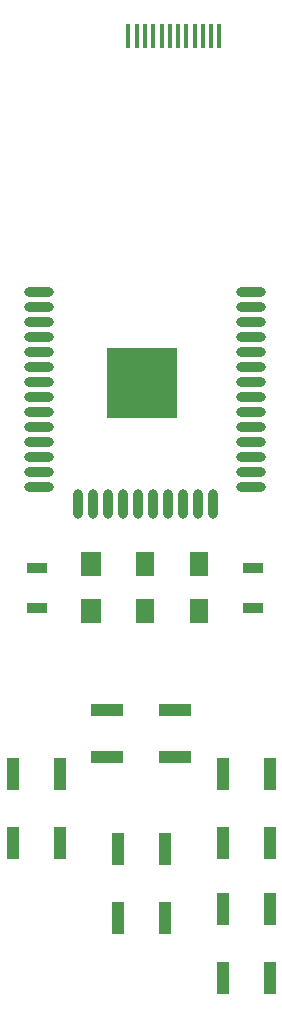
<source format=gbr>
G04 #@! TF.FileFunction,Paste,Top*
%FSLAX46Y46*%
G04 Gerber Fmt 4.6, Leading zero omitted, Abs format (unit mm)*
G04 Created by KiCad (PCBNEW 4.0.4-stable) date 04/22/19 13:39:38*
%MOMM*%
%LPD*%
G01*
G04 APERTURE LIST*
%ADD10C,0.100000*%
%ADD11R,1.600000X2.000000*%
%ADD12R,1.700000X2.000000*%
%ADD13R,1.700000X0.900000*%
%ADD14O,2.500000X0.900000*%
%ADD15O,0.900000X2.500000*%
%ADD16R,6.000000X6.000000*%
%ADD17R,0.350000X2.000000*%
%ADD18R,1.000000X2.750000*%
%ADD19R,2.750000X1.000000*%
G04 APERTURE END LIST*
D10*
D11*
X103835200Y-113480600D03*
X103835200Y-109480600D03*
X108407200Y-109480600D03*
X108407200Y-113480600D03*
D12*
X99263200Y-109480600D03*
X99263200Y-113480600D03*
D13*
X94691200Y-113180600D03*
X94691200Y-109780600D03*
X112979200Y-113180600D03*
X112979200Y-109780600D03*
D14*
X112835200Y-86418600D03*
X112835200Y-87688600D03*
X112835200Y-88958600D03*
X112835200Y-90228600D03*
X112835200Y-91498600D03*
X112835200Y-92768600D03*
X112835200Y-94038600D03*
X112835200Y-95308600D03*
X112835200Y-96578600D03*
X112835200Y-97848600D03*
X112835200Y-99118600D03*
X112835200Y-100388600D03*
X112835200Y-101658600D03*
X112835200Y-102928600D03*
D15*
X109550200Y-104418600D03*
X108280200Y-104418600D03*
X107010200Y-104418600D03*
X105740200Y-104418600D03*
X104470200Y-104418600D03*
X103200200Y-104418600D03*
X101930200Y-104418600D03*
X100660200Y-104418600D03*
X99390200Y-104418600D03*
X98120200Y-104418600D03*
D14*
X94835200Y-102928600D03*
X94835200Y-101658600D03*
X94835200Y-100388600D03*
X94835200Y-99118600D03*
X94835200Y-97848600D03*
X94835200Y-96578600D03*
X94835200Y-95308600D03*
X94835200Y-94038600D03*
X94835200Y-92768600D03*
X94835200Y-91498600D03*
X94835200Y-90228600D03*
X94835200Y-88958600D03*
X94835200Y-87688600D03*
X94835200Y-86418600D03*
D16*
X103535200Y-94118600D03*
D17*
X110124000Y-64770000D03*
X109424000Y-64770000D03*
X108724000Y-64770000D03*
X108024000Y-64770000D03*
X107324000Y-64770000D03*
X106624000Y-64770000D03*
X105924000Y-64770000D03*
X105224000Y-64770000D03*
X104524000Y-64770000D03*
X103824000Y-64770000D03*
X103124000Y-64770000D03*
X102424000Y-64770000D03*
D18*
X110395000Y-138725000D03*
X110395000Y-144485000D03*
X114395000Y-144485000D03*
X114395000Y-138725000D03*
X92615000Y-127295000D03*
X92615000Y-133055000D03*
X96615000Y-133055000D03*
X96615000Y-127295000D03*
D19*
X106385000Y-121825000D03*
X100625000Y-121825000D03*
X100625000Y-125825000D03*
X106385000Y-125825000D03*
D18*
X110395000Y-127295000D03*
X110395000Y-133055000D03*
X114395000Y-133055000D03*
X114395000Y-127295000D03*
X101505000Y-133645000D03*
X101505000Y-139405000D03*
X105505000Y-139405000D03*
X105505000Y-133645000D03*
M02*

</source>
